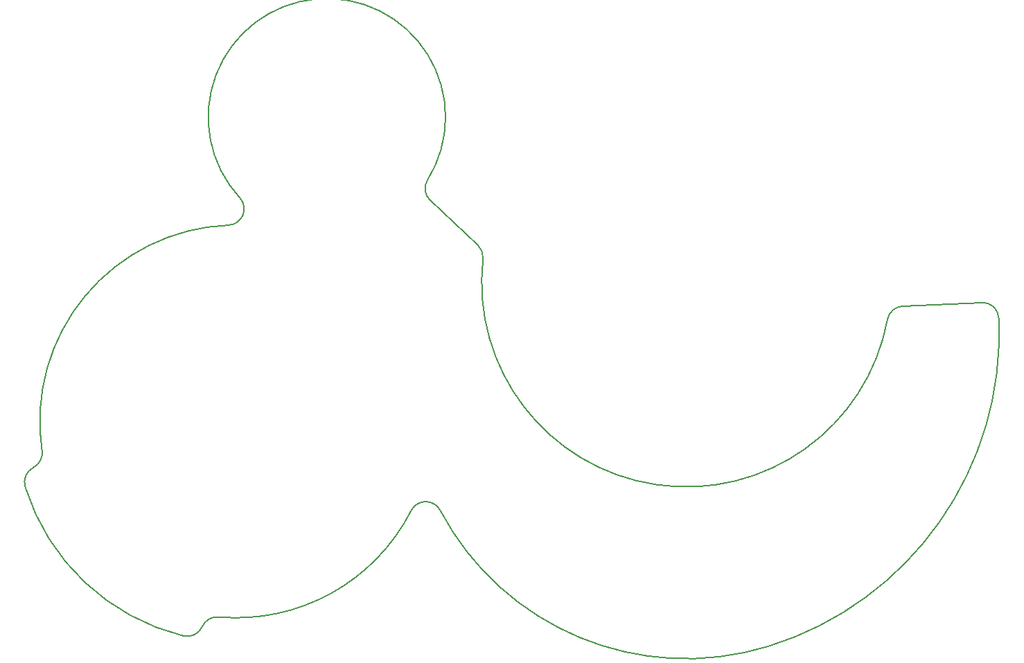
<source format=gbr>
%TF.GenerationSoftware,KiCad,Pcbnew,8.0.2*%
%TF.CreationDate,2024-11-25T20:00:46-06:00*%
%TF.ProjectId,LampBoardDesk,4c616d70-426f-4617-9264-4465736b2e6b,rev?*%
%TF.SameCoordinates,Original*%
%TF.FileFunction,Profile,NP*%
%FSLAX46Y46*%
G04 Gerber Fmt 4.6, Leading zero omitted, Abs format (unit mm)*
G04 Created by KiCad (PCBNEW 8.0.2) date 2024-11-25 20:00:46*
%MOMM*%
%LPD*%
G01*
G04 APERTURE LIST*
%TA.AperFunction,Profile*%
%ADD10C,0.200000*%
%TD*%
G04 APERTURE END LIST*
D10*
X67663838Y-42900150D02*
X61831044Y-37413685D01*
X12334871Y-72415230D02*
G75*
G02*
X13326745Y-70045377I1910089J593050D01*
G01*
X33962470Y-89492955D02*
G75*
G02*
X31655534Y-90623461I-1828070J811355D01*
G01*
X14386418Y-67971695D02*
G75*
G02*
X13326749Y-70045385I-1977898J-296875D01*
G01*
X131310441Y-51770124D02*
G75*
G02*
X103120494Y-91905034I-39954652J-1904141D01*
G01*
X129217876Y-49867581D02*
X129217876Y-49867580D01*
X67663838Y-42900150D02*
G75*
G02*
X68280747Y-44583022I-1370338J-1456850D01*
G01*
X33962470Y-89492955D02*
G75*
G02*
X35969746Y-88312355I1828030J-811345D01*
G01*
X61831044Y-37413685D02*
G75*
G02*
X61504327Y-34898549I1370256J1456785D01*
G01*
X103120494Y-91905034D02*
G75*
G02*
X63053468Y-75282531I-9999994J32496134D01*
G01*
X14386418Y-67971695D02*
G75*
G02*
X37167291Y-40427820I23734072J3562815D01*
G01*
X59502933Y-75308021D02*
G75*
G02*
X35969749Y-88312320I-21382443J10899141D01*
G01*
X119574685Y-50325336D02*
X119574685Y-50325335D01*
X31655534Y-90623462D02*
G75*
G02*
X12334875Y-72415229I6464966J26214582D01*
G01*
X38556097Y-37071355D02*
G75*
G02*
X61504316Y-34898543I10644743J9845785D01*
G01*
X59502933Y-75308021D02*
G75*
G02*
X63053448Y-75282542I1781867J-908279D01*
G01*
X129217876Y-49867581D02*
G75*
G02*
X131310402Y-51770126I94824J-1997719D01*
G01*
X117702922Y-51959071D02*
G75*
G02*
X68280717Y-44583019I-24582428J4550191D01*
G01*
X129217876Y-49867580D02*
X119574685Y-50325335D01*
X117702922Y-51959071D02*
G75*
G02*
X119574686Y-50325362I1966578J-364029D01*
G01*
X38556097Y-37071355D02*
G75*
G02*
X37167293Y-40427865I-1468297J-1358045D01*
G01*
M02*

</source>
